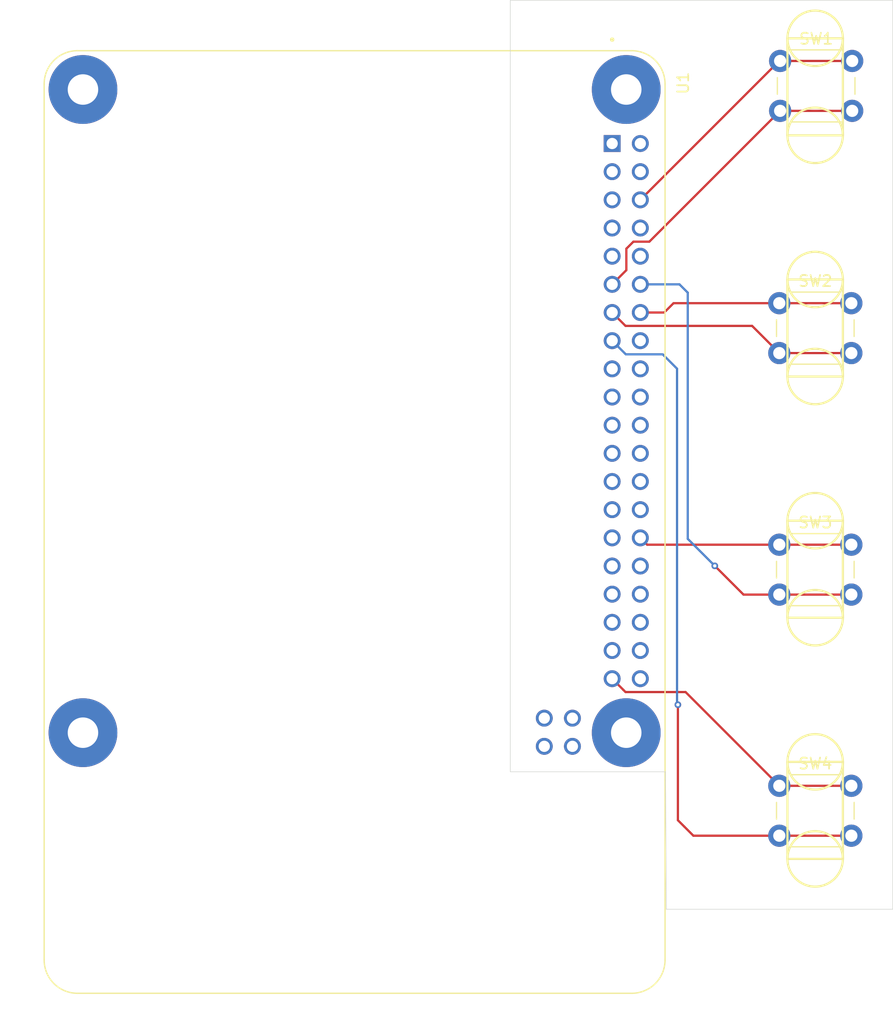
<source format=kicad_pcb>
(kicad_pcb (version 20241229) (generator "pcbnew") (generator_version "9.0")
  (layers (0 "F.Cu" signal) (2 "B.Cu" signal) (13 "F.Paste" user) (15 "B.Paste" user) (5 "F.SilkS" user "F.Silkscreen") (7 "B.SilkS" user "B.Silkscreen") (1 "F.Mask" user) (3 "B.Mask" user) (25 "Edge.Cuts" user))
  (net 0 "")
  (net 1 "Net-(U1-GPIO17{slash}GPIO_GEN0)")
  (net 2 "GND")
  (net 3 "Net-(U1-GPIO27{slash}GPIO_GEN2)")
  (net 4 "Net-(U1-GPIO18{slash}GPIO_GEN1)")
  (net 5 "Net-(U1-GPIO22{slash}GPIO_GEN3)")
  (net 6 "Net-(U1-3V3-Pad1)")
  (net 7 "Net-(U1-5V-Pad2)")
  (net 8 "Net-(U1-SHIELD-PadS1)")
  (footprint "MyComponents:MODULE_RASPBERRY_PI_4_MODEL_B_8G" (layer "F.Cu") (at 110.77 103.13 -90)
    (property "Reference" "U1" (at -39.575 -29.635 90) (layer "F.SilkS"))
    (property "Value" "RASPBERRY_PI_5")
    (fp_line (start -39.5 28) (end 39.5 28) (stroke (width 0.127)) (layer "F.SilkS"))
    (fp_line (start 42.5 25) (end 42.5 -25) (stroke (width 0.127)) (layer "F.SilkS"))
    (fp_line (start -42.5 -25) (end -42.5 25) (stroke (width 0.127)) (layer "F.SilkS"))
    (fp_line (start 39.5 -28) (end -39.5 -28) (stroke (width 0.127)) (layer "F.SilkS"))
    (fp_arc (start -39.5 28) (mid -41.62132 27.12132) (end -42.5 25) (stroke (width 0.127)) (layer "F.SilkS"))
    (fp_arc (start 42.5 25) (mid 41.62132 27.12132) (end 39.5 28) (stroke (width 0.127)) (layer "F.SilkS"))
    (fp_arc (start -42.5 -25) (mid -41.62132 -27.12132) (end -39.5 -28) (stroke (width 0.127)) (layer "F.SilkS"))
    (fp_arc (start 39.5 -28) (mid 41.62132 -27.12132) (end 42.5 -25) (stroke (width 0.127)) (layer "F.SilkS"))
    (fp_circle (center -43.5 -23.23) (end -43.4 -23.23) (stroke (width 0.2)) (fill no) (layer "F.SilkS"))
    (pad "1" thru_hole rect (at -34.13 -23.23 270) (size 1.524 1.524) (drill 1.016) (layers "*.Cu" "*.Mask") (net 6 "Net-(U1-3V3-Pad1)"))
    (pad "2" thru_hole circle (at -34.13 -25.77 270) (size 1.524 1.524) (drill 1.016) (layers "*.Cu" "*.Mask") (net 7 "Net-(U1-5V-Pad2)"))
    (pad "3" thru_hole circle (at -31.59 -23.23 270) (size 1.524 1.524) (drill 1.016) (layers "*.Cu" "*.Mask"))
    (pad "4" thru_hole circle (at -31.59 -25.77 270) (size 1.524 1.524) (drill 1.016) (layers "*.Cu" "*.Mask") (net 7 "Net-(U1-5V-Pad2)"))
    (pad "5" thru_hole circle (at -29.05 -23.23 270) (size 1.524 1.524) (drill 1.016) (layers "*.Cu" "*.Mask"))
    (pad "6" thru_hole circle (at -29.05 -25.77 270) (size 1.524 1.524) (drill 1.016) (layers "*.Cu" "*.Mask") (net 2 "GND"))
    (pad "7" thru_hole circle (at -26.51 -23.23 270) (size 1.524 1.524) (drill 1.016) (layers "*.Cu" "*.Mask"))
    (pad "8" thru_hole circle (at -26.51 -25.77 270) (size 1.524 1.524) (drill 1.016) (layers "*.Cu" "*.Mask"))
    (pad "9" thru_hole circle (at -23.97 -23.23 270) (size 1.524 1.524) (drill 1.016) (layers "*.Cu" "*.Mask") (net 2 "GND"))
    (pad "10" thru_hole circle (at -23.97 -25.77 270) (size 1.524 1.524) (drill 1.016) (layers "*.Cu" "*.Mask"))
    (pad "11" thru_hole circle (at -21.43 -23.23 270) (size 1.524 1.524) (drill 1.016) (layers "*.Cu" "*.Mask") (net 1 "Net-(U1-GPIO17{slash}GPIO_GEN0)"))
    (pad "12" thru_hole circle (at -21.43 -25.77 270) (size 1.524 1.524) (drill 1.016) (layers "*.Cu" "*.Mask") (net 4 "Net-(U1-GPIO18{slash}GPIO_GEN1)"))
    (pad "13" thru_hole circle (at -18.89 -23.23 270) (size 1.524 1.524) (drill 1.016) (layers "*.Cu" "*.Mask") (net 3 "Net-(U1-GPIO27{slash}GPIO_GEN2)"))
    (pad "14" thru_hole circle (at -18.89 -25.77 270) (size 1.524 1.524) (drill 1.016) (layers "*.Cu" "*.Mask") (net 2 "GND"))
    (pad "15" thru_hole circle (at -16.35 -23.23 270) (size 1.524 1.524) (drill 1.016) (layers "*.Cu" "*.Mask") (net 5 "Net-(U1-GPIO22{slash}GPIO_GEN3)"))
    (pad "16" thru_hole circle (at -16.35 -25.77 270) (size 1.524 1.524) (drill 1.016) (layers "*.Cu" "*.Mask"))
    (pad "17" thru_hole circle (at -13.81 -23.23 270) (size 1.524 1.524) (drill 1.016) (layers "*.Cu" "*.Mask") (net 6 "Net-(U1-3V3-Pad1)"))
    (pad "18" thru_hole circle (at -13.81 -25.77 270) (size 1.524 1.524) (drill 1.016) (layers "*.Cu" "*.Mask"))
    (pad "19" thru_hole circle (at -11.27 -23.23 270) (size 1.524 1.524) (drill 1.016) (layers "*.Cu" "*.Mask"))
    (pad "20" thru_hole circle (at -11.27 -25.77 270) (size 1.524 1.524) (drill 1.016) (layers "*.Cu" "*.Mask") (net 2 "GND"))
    (pad "21" thru_hole circle (at -8.73 -23.23 270) (size 1.524 1.524) (drill 1.016) (layers "*.Cu" "*.Mask"))
    (pad "22" thru_hole circle (at -8.73 -25.77 270) (size 1.524 1.524) (drill 1.016) (layers "*.Cu" "*.Mask"))
    (pad "23" thru_hole circle (at -6.19 -23.23 270) (size 1.524 1.524) (drill 1.016) (layers "*.Cu" "*.Mask"))
    (pad "24" thru_hole circle (at -6.19 -25.77 270) (size 1.524 1.524) (drill 1.016) (layers "*.Cu" "*.Mask"))
    (pad "25" thru_hole circle (at -3.65 -23.23 270) (size 1.524 1.524) (drill 1.016) (layers "*.Cu" "*.Mask") (net 2 "GND"))
    (pad "26" thru_hole circle (at -3.65 -25.77 270) (size 1.524 1.524) (drill 1.016) (layers "*.Cu" "*.Mask"))
    (pad "27" thru_hole circle (at -1.11 -23.23 270) (size 1.524 1.524) (drill 1.016) (layers "*.Cu" "*.Mask"))
    (pad "28" thru_hole circle (at -1.11 -25.77 270) (size 1.524 1.524) (drill 1.016) (layers "*.Cu" "*.Mask"))
    (pad "29" thru_hole circle (at 1.43 -23.23 270) (size 1.524 1.524) (drill 1.016) (layers "*.Cu" "*.Mask"))
    (pad "30" thru_hole circle (at 1.43 -25.77 270) (size 1.524 1.524) (drill 1.016) (layers "*.Cu" "*.Mask") (net 2 "GND"))
    (pad "31" thru_hole circle (at 3.97 -23.23 270) (size 1.524 1.524) (drill 1.016) (layers "*.Cu" "*.Mask"))
    (pad "32" thru_hole circle (at 3.97 -25.77 270) (size 1.524 1.524) (drill 1.016) (layers "*.Cu" "*.Mask"))
    (pad "33" thru_hole circle (at 6.51 -23.23 270) (size 1.524 1.524) (drill 1.016) (layers "*.Cu" "*.Mask"))
    (pad "34" thru_hole circle (at 6.51 -25.77 270) (size 1.524 1.524) (drill 1.016) (layers "*.Cu" "*.Mask") (net 2 "GND"))
    (pad "35" thru_hole circle (at 9.05 -23.23 270) (size 1.524 1.524) (drill 1.016) (layers "*.Cu" "*.Mask"))
    (pad "36" thru_hole circle (at 9.05 -25.77 270) (size 1.524 1.524) (drill 1.016) (layers "*.Cu" "*.Mask"))
    (pad "37" thru_hole circle (at 11.59 -23.23 270) (size 1.524 1.524) (drill 1.016) (layers "*.Cu" "*.Mask"))
    (pad "38" thru_hole circle (at 11.59 -25.77 270) (size 1.524 1.524) (drill 1.016) (layers "*.Cu" "*.Mask"))
    (pad "39" thru_hole circle (at 14.13 -23.23 270) (size 1.524 1.524) (drill 1.016) (layers "*.Cu" "*.Mask") (net 2 "GND"))
    (pad "40" thru_hole circle (at 14.13 -25.77 270) (size 1.524 1.524) (drill 1.016) (layers "*.Cu" "*.Mask"))
    (pad "41" thru_hole circle (at 20.23 -17.107 270) (size 1.524 1.524) (drill 1.016) (layers "*.Cu" "*.Mask"))
    (pad "42" thru_hole circle (at 20.23 -19.647 270) (size 1.524 1.524) (drill 1.016) (layers "*.Cu" "*.Mask"))
    (pad "43" thru_hole circle (at 17.69 -17.107 270) (size 1.524 1.524) (drill 1.016) (layers "*.Cu" "*.Mask"))
    (pad "44" thru_hole circle (at 17.69 -19.647 270) (size 1.524 1.524) (drill 1.016) (layers "*.Cu" "*.Mask"))
    (pad "S1" thru_hole circle (at -39 -24.5 270) (size 6.2 6.2) (drill 2.75) (layers "*.Cu" "*.Mask") (net 8 "Net-(U1-SHIELD-PadS1)"))
    (pad "S2" thru_hole circle (at 19 -24.5 270) (size 6.2 6.2) (drill 2.75) (layers "*.Cu" "*.Mask") (net 8 "Net-(U1-SHIELD-PadS1)"))
    (pad "S3" thru_hole circle (at 19 24.5 270) (size 6.2 6.2) (drill 2.75) (layers "*.Cu" "*.Mask") (net 8 "Net-(U1-SHIELD-PadS1)"))
    (pad "S4" thru_hole circle (at -39 24.5 270) (size 6.2 6.2) (drill 2.75) (layers "*.Cu" "*.Mask") (net 8 "Net-(U1-SHIELD-PadS1)"))
  )
  (footprint "Button_Switch_THT:SW_PUSH_6mm_H4.3mm" (layer "F.Cu") (at 149.0738 83.3988)
    (property "Reference" "SW2" (at 3.25 -2 0) (layer "F.SilkS"))
    (property "Value" "SW_Push")
    (fp_line (start -0.25 1.5) (end -0.25 3) (stroke (width 0.12)) (layer "F.SilkS"))
    (fp_line (start 1 5.5) (end 5.5 5.5) (stroke (width 0.12)) (layer "F.SilkS"))
    (fp_line (start 5.5 -1) (end 1 -1) (stroke (width 0.12)) (layer "F.SilkS"))
    (fp_line (start 6.75 3) (end 6.75 1.5) (stroke (width 0.12)) (layer "F.SilkS"))
    (pad "1" thru_hole circle (at 0 0 90) (size 2 2) (drill 1.1) (layers "*.Cu" "*.Mask") (net 2 "GND"))
    (pad "1" thru_hole circle (at 6.5 0 90) (size 2 2) (drill 1.1) (layers "*.Cu" "*.Mask") (net 2 "GND"))
    (pad "2" thru_hole circle (at 0 4.5 90) (size 2 2) (drill 1.1) (layers "*.Cu" "*.Mask") (net 3 "Net-(U1-GPIO27{slash}GPIO_GEN2)"))
    (pad "2" thru_hole circle (at 6.5 4.5 90) (size 2 2) (drill 1.1) (layers "*.Cu" "*.Mask") (net 3 "Net-(U1-GPIO27{slash}GPIO_GEN2)"))
  )
  (footprint "Button_Switch_THT:SW_PUSH_6mm_H4.3mm" (layer "F.Cu") (at 149.075 126.9196)
    (property "Reference" "SW4" (at 3.25 -2 0) (layer "F.SilkS"))
    (property "Value" "SW_Push")
    (fp_line (start -0.25 1.5) (end -0.25 3) (stroke (width 0.12)) (layer "F.SilkS"))
    (fp_line (start 1 5.5) (end 5.5 5.5) (stroke (width 0.12)) (layer "F.SilkS"))
    (fp_line (start 5.5 -1) (end 1 -1) (stroke (width 0.12)) (layer "F.SilkS"))
    (fp_line (start 6.75 3) (end 6.75 1.5) (stroke (width 0.12)) (layer "F.SilkS"))
    (pad "1" thru_hole circle (at 0 0 90) (size 2 2) (drill 1.1) (layers "*.Cu" "*.Mask") (net 2 "GND"))
    (pad "1" thru_hole circle (at 6.5 0 90) (size 2 2) (drill 1.1) (layers "*.Cu" "*.Mask") (net 2 "GND"))
    (pad "2" thru_hole circle (at 0 4.5 90) (size 2 2) (drill 1.1) (layers "*.Cu" "*.Mask") (net 5 "Net-(U1-GPIO22{slash}GPIO_GEN3)"))
    (pad "2" thru_hole circle (at 6.5 4.5 90) (size 2 2) (drill 1.1) (layers "*.Cu" "*.Mask") (net 5 "Net-(U1-GPIO22{slash}GPIO_GEN3)"))
  )
  (footprint "Button_Switch_THT:SW_PUSH_6mm_H4.3mm" (layer "F.Cu") (at 149.075 105.1772)
    (property "Reference" "SW3" (at 3.25 -2 0) (layer "F.SilkS"))
    (property "Value" "SW_Push")
    (fp_line (start -0.25 1.5) (end -0.25 3) (stroke (width 0.12)) (layer "F.SilkS"))
    (fp_line (start 1 5.5) (end 5.5 5.5) (stroke (width 0.12)) (layer "F.SilkS"))
    (fp_line (start 5.5 -1) (end 1 -1) (stroke (width 0.12)) (layer "F.SilkS"))
    (fp_line (start 6.75 3) (end 6.75 1.5) (stroke (width 0.12)) (layer "F.SilkS"))
    (pad "1" thru_hole circle (at 0 0 90) (size 2 2) (drill 1.1) (layers "*.Cu" "*.Mask") (net 2 "GND"))
    (pad "1" thru_hole circle (at 6.5 0 90) (size 2 2) (drill 1.1) (layers "*.Cu" "*.Mask") (net 2 "GND"))
    (pad "2" thru_hole circle (at 0 4.5 90) (size 2 2) (drill 1.1) (layers "*.Cu" "*.Mask") (net 4 "Net-(U1-GPIO18{slash}GPIO_GEN1)"))
    (pad "2" thru_hole circle (at 6.5 4.5 90) (size 2 2) (drill 1.1) (layers "*.Cu" "*.Mask") (net 4 "Net-(U1-GPIO18{slash}GPIO_GEN1)"))
  )
  (footprint "Button_Switch_THT:SW_PUSH_6mm_H4.3mm" (layer "F.Cu") (at 149.15 61.5548)
    (property "Reference" "SW1" (at 3.25 -2 0) (layer "F.SilkS"))
    (property "Value" "SW_Push")
    (fp_line (start -0.25 1.5) (end -0.25 3) (stroke (width 0.12)) (layer "F.SilkS"))
    (fp_line (start 1 5.5) (end 5.5 5.5) (stroke (width 0.12)) (layer "F.SilkS"))
    (fp_line (start 5.5 -1) (end 1 -1) (stroke (width 0.12)) (layer "F.SilkS"))
    (fp_line (start 6.75 3) (end 6.75 1.5) (stroke (width 0.12)) (layer "F.SilkS"))
    (pad "1" thru_hole circle (at 0 0 90) (size 2 2) (drill 1.1) (layers "*.Cu" "*.Mask") (net 2 "GND"))
    (pad "1" thru_hole circle (at 6.5 0 90) (size 2 2) (drill 1.1) (layers "*.Cu" "*.Mask") (net 2 "GND"))
    (pad "2" thru_hole circle (at 0 4.5 90) (size 2 2) (drill 1.1) (layers "*.Cu" "*.Mask") (net 1 "Net-(U1-GPIO17{slash}GPIO_GEN0)"))
    (pad "2" thru_hole circle (at 6.5 4.5 90) (size 2 2) (drill 1.1) (layers "*.Cu" "*.Mask") (net 1 "Net-(U1-GPIO17{slash}GPIO_GEN0)"))
  )
  (gr_line (start 152.3092 59.5122) (end 154.8092 59.5122) (stroke (width 0.2)) (layer "F.SilkS"))
  (gr_line (start 152.3092 81.2622) (end 149.8092 81.2622) (stroke (width 0.2)) (layer "F.SilkS"))
  (gr_line (start 154.8092 90.0122) (end 149.8092 90.0122) (stroke (width 0.2)) (layer "F.SilkS"))
  (gr_circle (center 152.3092 81.2622) (end 154.8092 81.2622) (stroke (width 0.2)) (fill no) (layer "F.SilkS"))
  (gr_line (start 154.8092 103.0122) (end 154.8092 111.7622) (stroke (width 0.2)) (layer "F.SilkS"))
  (gr_line (start 154.8092 81.2622) (end 154.8092 90.0122) (stroke (width 0.2)) (layer "F.SilkS"))
  (gr_line (start 149.8092 124.7622) (end 149.8092 133.5122) (stroke (width 0.2)) (layer "F.SilkS"))
  (gr_line (start 149.8092 103.0122) (end 149.8092 111.7622) (stroke (width 0.2)) (layer "F.SilkS"))
  (gr_line (start 152.3092 81.2622) (end 154.8092 81.2622) (stroke (width 0.2)) (layer "F.SilkS"))
  (gr_circle (center 152.3092 68.2622) (end 154.8092 68.2622) (stroke (width 0.2)) (fill no) (layer "F.SilkS"))
  (gr_circle (center 152.3092 103.0122) (end 154.8092 103.0122) (stroke (width 0.2)) (fill no) (layer "F.SilkS"))
  (gr_line (start 152.3092 103.0122) (end 154.8092 103.0122) (stroke (width 0.2)) (layer "F.SilkS"))
  (gr_circle (center 152.3092 124.7622) (end 154.8092 124.7622) (stroke (width 0.2)) (fill no) (layer "F.SilkS"))
  (gr_line (start 154.8092 68.2622) (end 149.8092 68.2622) (stroke (width 0.2)) (layer "F.SilkS"))
  (gr_circle (center 152.3092 59.5122) (end 154.8092 59.5122) (stroke (width 0.2)) (fill no) (layer "F.SilkS"))
  (gr_line (start 154.8092 111.7622) (end 149.8092 111.7622) (stroke (width 0.2)) (layer "F.SilkS"))
  (gr_line (start 154.8092 133.5122) (end 149.8092 133.5122) (stroke (width 0.2)) (layer "F.SilkS"))
  (gr_line (start 149.8092 59.5122) (end 149.8092 68.2622) (stroke (width 0.2)) (layer "F.SilkS"))
  (gr_circle (center 152.3092 111.7622) (end 154.8092 111.7622) (stroke (width 0.2)) (fill no) (layer "F.SilkS"))
  (gr_line (start 152.3092 103.0122) (end 149.8092 103.0122) (stroke (width 0.2)) (layer "F.SilkS"))
  (gr_circle (center 152.3092 133.5122) (end 154.8092 133.5122) (stroke (width 0.2)) (fill no) (layer "F.SilkS"))
  (gr_line (start 152.3092 59.5122) (end 149.8092 59.5122) (stroke (width 0.2)) (layer "F.SilkS"))
  (gr_line (start 152.3092 124.7622) (end 154.8092 124.7622) (stroke (width 0.2)) (layer "F.SilkS"))
  (gr_circle (center 152.3092 90.0122) (end 154.8092 90.0122) (stroke (width 0.2)) (fill no) (layer "F.SilkS"))
  (gr_line (start 154.8092 59.5122) (end 154.8092 68.2622) (stroke (width 0.2)) (layer "F.SilkS"))
  (gr_line (start 149.8092 81.2622) (end 149.8092 90.0122) (stroke (width 0.2)) (layer "F.SilkS"))
  (gr_line (start 152.3092 124.7622) (end 149.8092 124.7622) (stroke (width 0.2)) (layer "F.SilkS"))
  (gr_line (start 154.8092 124.7622) (end 154.8092 133.5122) (stroke (width 0.2)) (layer "F.SilkS"))
  (gr_line (start 138.811 125.6538) (end 138.8872 138.049) (stroke (width 0.05)) (layer "Edge.Cuts"))
  (gr_line (start 124.8156 56.0832) (end 159.3088 56.0832) (stroke (width 0.05)) (layer "Edge.Cuts"))
  (gr_line (start 159.3088 138.049) (end 159.3088 56.0832) (stroke (width 0.05)) (layer "Edge.Cuts"))
  (gr_line (start 159.3088 138.049) (end 138.8872 138.049) (stroke (width 0.05)) (layer "Edge.Cuts"))
  (gr_line (start 124.8156 125.6538) (end 138.811 125.6538) (stroke (width 0.05)) (layer "Edge.Cuts"))
  (gr_line (start 124.8156 56.0832) (end 124.8156 125.6538) (stroke (width 0.05)) (layer "Edge.Cuts"))
  (segment (start 149.15 66.0548) (end 155.65 66.0548) (width 0.2) (layer "F.Cu") (net 1))
  (segment (start 135.2804 78.486) (end 135.2804 80.4196) (width 0.2) (layer "F.Cu") (net 1))
  (segment (start 135.2804 80.4196) (end 134 81.7) (width 0.2) (layer "F.Cu") (net 1))
  (segment (start 149.15 66.0548) (end 137.3538 77.851) (width 0.2) (layer "F.Cu") (net 1))
  (segment (start 135.9154 77.851) (end 135.2804 78.486) (width 0.2) (layer "F.Cu") (net 1))
  (segment (start 137.3538 77.851) (end 135.9154 77.851) (width 0.2) (layer "F.Cu") (net 1))
  (segment (start 155.65 61.5548) (end 149.15 61.5548) (width 0.2) (layer "F.Cu") (net 2))
  (segment (start 135.001 118.2624) (end 135.2042 118.4656) (width 0.2) (layer "F.Cu") (net 2))
  (segment (start 149.075 126.9196) (end 155.575 126.9196) (width 0.2) (layer "F.Cu") (net 2))
  (segment (start 140.621 118.4656) (end 135.2042 118.4656) (width 0.2) (layer "F.Cu") (net 2))
  (segment (start 135.001 118.261) (end 135.001 118.2624) (width 0.2) (layer "F.Cu") (net 2))
  (segment (start 155.575 105.1772) (end 149.075 105.1772) (width 0.2) (layer "F.Cu") (net 2))
  (segment (start 149.0652 61.5548) (end 136.54 74.08) (width 0.2) (layer "F.Cu") (net 2))
  (segment (start 137.1572 105.1772) (end 136.54 104.56) (width 0.2) (layer "F.Cu") (net 2))
  (segment (start 135.001 118.261) (end 134 117.26) (width 0.2) (layer "F.Cu") (net 2))
  (segment (start 149.0738 83.3988) (end 139.537 83.3988) (width 0.2) (layer "F.Cu") (net 2))
  (segment (start 149.15 61.5548) (end 149.0652 61.5548) (width 0.2) (layer "F.Cu") (net 2))
  (segment (start 149.075 126.9196) (end 140.621 118.4656) (width 0.2) (layer "F.Cu") (net 2))
  (segment (start 139.537 83.3988) (end 138.6958 84.24) (width 0.2) (layer "F.Cu") (net 2))
  (segment (start 138.6958 84.24) (end 136.54 84.24) (width 0.2) (layer "F.Cu") (net 2))
  (segment (start 149.075 105.1772) (end 137.1572 105.1772) (width 0.2) (layer "F.Cu") (net 2))
  (segment (start 155.5738 83.3988) (end 149.0738 83.3988) (width 0.2) (layer "F.Cu") (net 2))
  (segment (start 135.2056 85.4456) (end 134 84.24) (width 0.2) (layer "F.Cu") (net 3))
  (segment (start 149.0738 87.8988) (end 155.5738 87.8988) (width 0.2) (layer "F.Cu") (net 3))
  (segment (start 146.6206 85.4456) (end 135.2056 85.4456) (width 0.2) (layer "F.Cu") (net 3))
  (segment (start 149.0738 87.8988) (end 146.6206 85.4456) (width 0.2) (layer "F.Cu") (net 3))
  (segment (start 145.8468 109.6772) (end 143.256 107.0864) (width 0.2) (layer "F.Cu") (net 4))
  (segment (start 149.075 109.6772) (end 155.575 109.6772) (width 0.2) (layer "F.Cu") (net 4))
  (segment (start 149.075 109.6772) (end 145.8468 109.6772) (width 0.2) (layer "F.Cu") (net 4))
  (via (at 143.256 107.0864) (size 0.6) (drill 0.3) (layers "F.Cu" "B.Cu") (net 4))
  (segment (start 140.8176 82.4484) (end 140.0692 81.7) (width 0.2) (layer "B.Cu") (net 4))
  (segment (start 140.0692 81.7) (end 136.54 81.7) (width 0.2) (layer "B.Cu") (net 4))
  (segment (start 143.256 107.0864) (end 140.8176 104.648) (width 0.2) (layer "B.Cu") (net 4))
  (segment (start 140.8176 104.648) (end 140.8176 82.4484) (width 0.2) (layer "B.Cu") (net 4))
  (segment (start 149.075 131.4196) (end 155.575 131.4196) (width 0.2) (layer "F.Cu") (net 5))
  (segment (start 139.9286 130.0226) (end 139.9286 119.6086) (width 0.2) (layer "F.Cu") (net 5))
  (segment (start 149.075 131.4196) (end 141.3256 131.4196) (width 0.2) (layer "F.Cu") (net 5))
  (segment (start 141.3256 131.4196) (end 140.5128 130.6068) (width 0.2) (layer "F.Cu") (net 5))
  (segment (start 140.5128 130.6068) (end 139.9286 130.0226) (width 0.2) (layer "F.Cu") (net 5))
  (via (at 139.9286 119.6086) (size 0.6) (drill 0.3) (layers "F.Cu" "B.Cu") (net 5))
  (segment (start 139.9286 119.6086) (end 139.8524 119.5324) (width 0.2) (layer "B.Cu") (net 5))
  (segment (start 135.231 88.011) (end 134 86.78) (width 0.2) (layer "B.Cu") (net 5))
  (segment (start 138.557 88.011) (end 135.231 88.011) (width 0.2) (layer "B.Cu") (net 5))
  (segment (start 139.8524 89.3064) (end 138.557 88.011) (width 0.2) (layer "B.Cu") (net 5))
  (segment (start 139.8524 119.5324) (end 139.8524 89.3064) (width 0.2) (layer "B.Cu") (net 5))
)
</source>
